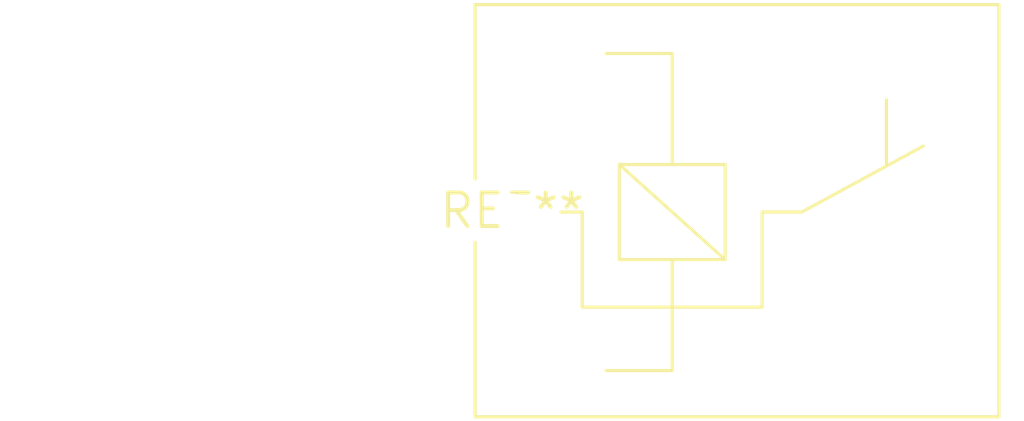
<source format=kicad_pcb>
(kicad_pcb (version 20240108) (generator pcbnew)
  (layers (0 "F.Cu" signal) (31 "B.Cu" signal) (34 "B.Paste" user) (35 "F.Paste" user) (36 "B.SilkS" user "B.Silkscreen") (37 "F.SilkS" user "F.Silkscreen") (38 "B.Mask" user) (39 "F.Mask" user) (44 "Edge.Cuts" user))
  (net 0 "")
  (footprint "Relay_SPST_SANYOU_SRD_Series_Form_B" (layer "F.Cu") (at 0 0)
    (property "Reference" "REF**")
    (property "Value" "Relay_SPST_SANYOU_SRD_Series_Form_B")
    (fp_line (start -1.4 -7.8) (end -1.4 -1.2) (layer "F.SilkS") (stroke (width 0.12)))
    (fp_line (start -1.4 -7.8) (end 18.4 -7.8) (layer "F.SilkS") (stroke (width 0.12)))
    (fp_line (start -1.4 1.2) (end -1.4 7.8) (layer "F.SilkS") (stroke (width 0.12)))
    (fp_line (start 2.65 0.05) (end 1.85 0.05) (layer "F.SilkS") (stroke (width 0.12)))
    (fp_line (start 2.65 0.05) (end 2.65 3.65) (layer "F.SilkS") (stroke (width 0.12)))
    (fp_line (start 3.55 6.05) (end 6.05 6.05) (layer "F.SilkS") (stroke (width 0.12)))
    (fp_line (start 4.05 -1.75) (end 8.05 -1.75) (layer "F.SilkS") (stroke (width 0.12)))
    (fp_line (start 4.05 1.85) (end 4.05 -1.75) (layer "F.SilkS") (stroke (width 0.12)))
    (fp_line (start 6.05 -5.95) (end 3.55 -5.95) (layer "F.SilkS") (stroke (width 0.12)))
    (fp_line (start 6.05 -5.95) (end 6.05 -1.75) (layer "F.SilkS") (stroke (width 0.12)))
    (fp_line (start 6.05 1.85) (end 6.05 6.05) (layer "F.SilkS") (stroke (width 0.12)))
    (fp_line (start 8.05 -1.75) (end 8.05 1.85) (layer "F.SilkS") (stroke (width 0.12)))
    (fp_line (start 8.05 1.85) (end 4.05 -1.75) (layer "F.SilkS") (stroke (width 0.12)))
    (fp_line (start 8.05 1.85) (end 4.05 1.85) (layer "F.SilkS") (stroke (width 0.12)))
    (fp_line (start 9.45 0.05) (end 9.45 3.65) (layer "F.SilkS") (stroke (width 0.12)))
    (fp_line (start 9.45 0.05) (end 10.95 0.05) (layer "F.SilkS") (stroke (width 0.12)))
    (fp_line (start 9.45 3.65) (end 2.65 3.65) (layer "F.SilkS") (stroke (width 0.12)))
    (fp_line (start 10.95 0.05) (end 15.55 -2.45) (layer "F.SilkS") (stroke (width 0.12)))
    (fp_line (start 14.15 -4.2) (end 14.15 -1.7) (layer "F.SilkS") (stroke (width 0.12)))
    (fp_line (start 18.4 -7.8) (end 18.4 7.8) (layer "F.SilkS") (stroke (width 0.12)))
    (fp_line (start 18.4 7.8) (end -1.4 7.8) (layer "F.SilkS") (stroke (width 0.12)))
    (pad "1" thru_hole circle (at 0 0 90) (size 3 3) (drill 1.3) (layers *.Cu *.Mask) (remove_unused_layers))
    (pad "2" thru_hole circle (at 1.95 6.05 90) (size 2.5 2.5) (drill 1) (layers *.Cu *.Mask) (remove_unused_layers))
    (pad "4" thru_hole circle (at 14.2 -6 90) (size 3 3) (drill 1.3) (layers *.Cu *.Mask) (remove_unused_layers))
    (pad "5" thru_hole circle (at 1.95 -5.95 90) (size 2.5 2.5) (drill 1) (layers *.Cu *.Mask) (remove_unused_layers))
  )
)
</source>
